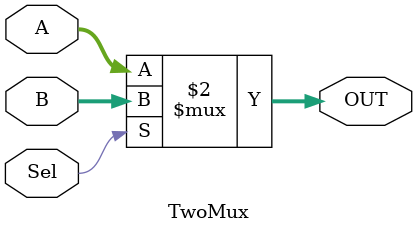
<source format=v>
module TwoMux(A,B,Sel,OUT);
input [31:0]A, B;
input Sel;
output [31:0]OUT;
assign OUT = !Sel ? A : B;
endmodule

</source>
